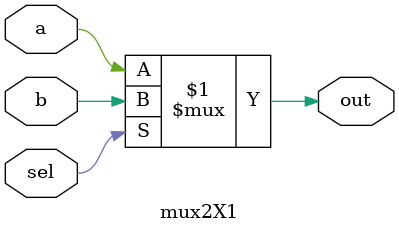
<source format=sv>
module mux2X1(sel,a,b,out);
  input a,b,sel;
  output out ;
 assign out = sel?b:a;
endmodule
  


</source>
